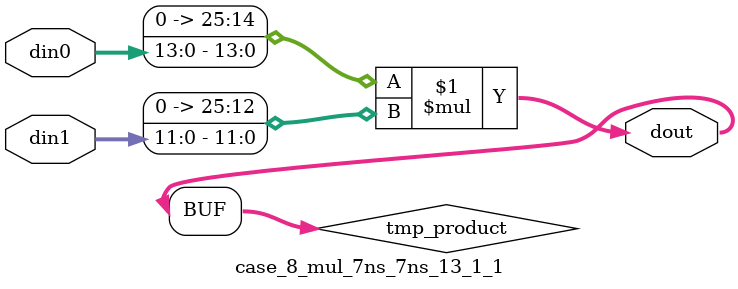
<source format=v>

`timescale 1 ns / 1 ps

 (* use_dsp = "no" *)  module case_8_mul_7ns_7ns_13_1_1(din0, din1, dout);
parameter ID = 1;
parameter NUM_STAGE = 0;
parameter din0_WIDTH = 14;
parameter din1_WIDTH = 12;
parameter dout_WIDTH = 26;

input [din0_WIDTH - 1 : 0] din0; 
input [din1_WIDTH - 1 : 0] din1; 
output [dout_WIDTH - 1 : 0] dout;

wire signed [dout_WIDTH - 1 : 0] tmp_product;
























assign tmp_product = $signed({1'b0, din0}) * $signed({1'b0, din1});











assign dout = tmp_product;





















endmodule

</source>
